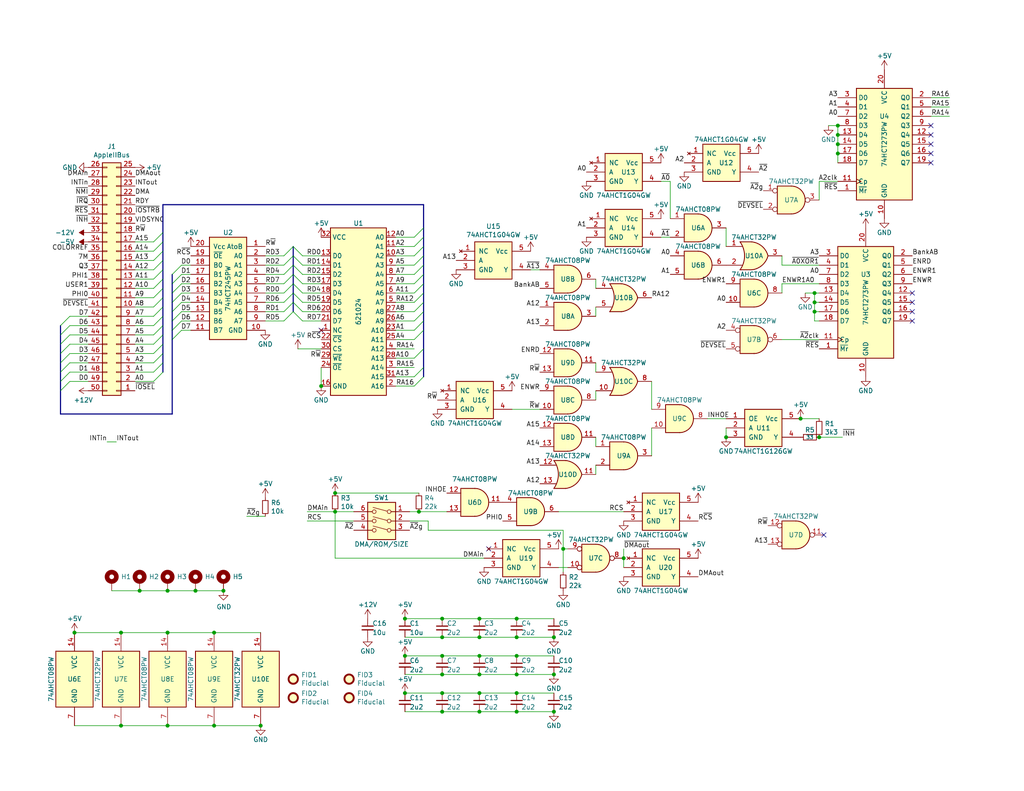
<source format=kicad_sch>
(kicad_sch (version 20211123) (generator eeschema)
  (paper "USLetter")
  (title_block (title "RAM128 (GW4208C)") (date "2023-01-02") (rev "1.0") (company "Garrett's Workshop"))
  (junction (at 120.65 179.07))
  (junction (at 223.52 119.38))
  (junction (at 110.49 189.23))
  (junction (at 198.12 119.38))
  (junction (at 151.13 194.31))
  (junction (at 130.81 168.91))
  (junction (at 120.65 173.99))
  (junction (at 120.65 194.31))
  (junction (at 120.65 168.91))
  (junction (at 130.81 179.07))
  (junction (at 140.97 168.91))
  (junction (at 228.6 36.83))
  (junction (at 71.12 198.12))
  (junction (at 58.42 198.12))
  (junction (at 140.97 173.99))
  (junction (at 130.81 189.23))
  (junction (at 120.65 189.23))
  (junction (at 114.3 139.7))
  (junction (at 53.34 161.29))
  (junction (at 140.97 184.15))
  (junction (at 130.81 184.15))
  (junction (at 228.6 34.29))
  (junction (at 45.72 161.29))
  (junction (at 45.72 198.12))
  (junction (at 222.25 82.55))
  (junction (at 33.02 172.72))
  (junction (at 218.44 114.3))
  (junction (at 38.1 161.29))
  (junction (at 91.44 139.7))
  (junction (at 170.18 152.4))
  (junction (at 151.13 184.15))
  (junction (at 87.63 105.41))
  (junction (at 151.13 173.99))
  (junction (at 228.6 39.37))
  (junction (at 140.97 179.07))
  (junction (at 60.96 161.29))
  (junction (at 110.49 168.91))
  (junction (at 228.6 41.91))
  (junction (at 45.72 172.72))
  (junction (at 33.02 198.12))
  (junction (at 222.25 80.01))
  (junction (at 120.65 184.15))
  (junction (at 130.81 173.99))
  (junction (at 153.67 149.86))
  (junction (at 140.97 194.31))
  (junction (at 140.97 189.23))
  (junction (at 91.44 134.62))
  (junction (at 222.25 85.09))
  (junction (at 20.32 172.72))
  (junction (at 130.81 194.31))
  (junction (at 110.49 179.07))
  (junction (at 58.42 172.72))
  (no_connect (at 254 36.83))
  (no_connect (at 87.63 90.17))
  (no_connect (at 248.92 80.01))
  (no_connect (at 254 34.29))
  (no_connect (at 248.92 82.55))
  (no_connect (at 254 41.91))
  (no_connect (at 254 44.45))
  (no_connect (at 133.35 149.86))
  (no_connect (at 248.92 87.63))
  (no_connect (at 248.92 85.09))
  (no_connect (at 224.79 146.05))
  (no_connect (at 254 39.37))
  (bus_entry (at 46.99 90.17) (size 2.54 -2.54))
  (bus_entry (at 115.57 62.23) (size -2.54 2.54))
  (bus_entry (at 80.01 69.85) (size 2.54 2.54))
  (bus_entry (at 115.57 72.39) (size -2.54 2.54))
  (bus_entry (at 46.99 87.63) (size 2.54 -2.54))
  (bus_entry (at 44.45 73.66) (size -2.54 2.54))
  (bus_entry (at 115.57 87.63) (size -2.54 2.54))
  (bus_entry (at 16.51 99.06) (size 2.54 -2.54))
  (bus_entry (at 115.57 64.77) (size -2.54 2.54))
  (bus_entry (at 46.99 77.47) (size 2.54 -2.54))
  (bus_entry (at 16.51 93.98) (size 2.54 -2.54))
  (bus_entry (at 44.45 63.5) (size -2.54 2.54))
  (bus_entry (at 44.45 81.28) (size -2.54 2.54))
  (bus_entry (at 16.51 88.9) (size 2.54 -2.54))
  (bus_entry (at 80.01 77.47) (size 2.54 2.54))
  (bus_entry (at 16.51 106.68) (size 2.54 -2.54))
  (bus_entry (at 46.99 80.01) (size 2.54 -2.54))
  (bus_entry (at 77.47 74.93) (size 2.54 -2.54))
  (bus_entry (at 115.57 67.31) (size -2.54 2.54))
  (bus_entry (at 77.47 69.85) (size 2.54 -2.54))
  (bus_entry (at 115.57 77.47) (size -2.54 2.54))
  (bus_entry (at 44.45 96.52) (size -2.54 2.54))
  (bus_entry (at 77.47 72.39) (size 2.54 -2.54))
  (bus_entry (at 80.01 80.01) (size 2.54 2.54))
  (bus_entry (at 44.45 93.98) (size -2.54 2.54))
  (bus_entry (at 44.45 101.6) (size -2.54 2.54))
  (bus_entry (at 115.57 90.17) (size -2.54 2.54))
  (bus_entry (at 44.45 71.12) (size -2.54 2.54))
  (bus_entry (at 44.45 78.74) (size -2.54 2.54))
  (bus_entry (at 46.99 92.71) (size 2.54 -2.54))
  (bus_entry (at 44.45 66.04) (size -2.54 2.54))
  (bus_entry (at 16.51 91.44) (size 2.54 -2.54))
  (bus_entry (at 44.45 99.06) (size -2.54 2.54))
  (bus_entry (at 80.01 82.55) (size 2.54 2.54))
  (bus_entry (at 44.45 68.58) (size -2.54 2.54))
  (bus_entry (at 115.57 85.09) (size -2.54 2.54))
  (bus_entry (at 46.99 85.09) (size 2.54 -2.54))
  (bus_entry (at 115.57 74.93) (size -2.54 2.54))
  (bus_entry (at 44.45 88.9) (size -2.54 2.54))
  (bus_entry (at 80.01 74.93) (size 2.54 2.54))
  (bus_entry (at 44.45 76.2) (size -2.54 2.54))
  (bus_entry (at 80.01 85.09) (size 2.54 2.54))
  (bus_entry (at 77.47 87.63) (size 2.54 -2.54))
  (bus_entry (at 44.45 91.44) (size -2.54 2.54))
  (bus_entry (at 80.01 72.39) (size 2.54 2.54))
  (bus_entry (at 16.51 101.6) (size 2.54 -2.54))
  (bus_entry (at 115.57 82.55) (size -2.54 2.54))
  (bus_entry (at 115.57 69.85) (size -2.54 2.54))
  (bus_entry (at 46.99 74.93) (size 2.54 -2.54))
  (bus_entry (at 44.45 83.82) (size -2.54 2.54))
  (bus_entry (at 44.45 86.36) (size -2.54 2.54))
  (bus_entry (at 46.99 82.55) (size 2.54 -2.54))
  (bus_entry (at 115.57 102.87) (size -2.54 2.54))
  (bus_entry (at 77.47 85.09) (size 2.54 -2.54))
  (bus_entry (at 115.57 100.33) (size -2.54 2.54))
  (bus_entry (at 115.57 95.25) (size -2.54 2.54))
  (bus_entry (at 77.47 77.47) (size 2.54 -2.54))
  (bus_entry (at 77.47 80.01) (size 2.54 -2.54))
  (bus_entry (at 80.01 67.31) (size 2.54 2.54))
  (bus_entry (at 16.51 104.14) (size 2.54 -2.54))
  (bus_entry (at 77.47 82.55) (size 2.54 -2.54))
  (bus_entry (at 16.51 96.52) (size 2.54 -2.54))
  (bus_entry (at 115.57 80.01) (size -2.54 2.54))
  (wire (pts (xy 36.83 96.52) (xy 41.91 96.52)))
  (bus (pts (xy 115.57 90.17) (xy 115.57 95.25)))
  (wire (pts (xy 45.72 161.29) (xy 38.1 161.29)))
  (wire (pts (xy 91.44 139.7) (xy 96.52 139.7)))
  (wire (pts (xy 218.44 114.3) (xy 223.52 114.3)))
  (wire (pts (xy 228.6 36.83) (xy 228.6 39.37)))
  (wire (pts (xy 130.81 173.99) (xy 140.97 173.99)))
  (wire (pts (xy 226.06 34.29) (xy 228.6 34.29)))
  (wire (pts (xy 19.05 101.6) (xy 24.13 101.6)))
  (bus (pts (xy 115.57 69.85) (xy 115.57 72.39)))
  (bus (pts (xy 44.45 63.5) (xy 44.45 66.04)))
  (wire (pts (xy 110.49 168.91) (xy 120.65 168.91)))
  (wire (pts (xy 198.12 62.23) (xy 198.12 67.31)))
  (wire (pts (xy 82.55 74.93) (xy 87.63 74.93)))
  (wire (pts (xy 87.63 100.33) (xy 87.63 105.41)))
  (wire (pts (xy 198.12 119.38) (xy 198.12 116.84)))
  (wire (pts (xy 77.47 87.63) (xy 72.39 87.63)))
  (wire (pts (xy 107.95 64.77) (xy 113.03 64.77)))
  (wire (pts (xy 36.83 71.12) (xy 41.91 71.12)))
  (wire (pts (xy 259.08 31.75) (xy 254 31.75)))
  (wire (pts (xy 120.65 189.23) (xy 130.81 189.23)))
  (wire (pts (xy 82.55 85.09) (xy 87.63 85.09)))
  (bus (pts (xy 16.51 93.98) (xy 16.51 96.52)))
  (bus (pts (xy 80.01 77.47) (xy 80.01 80.01)))
  (wire (pts (xy 49.53 90.17) (xy 52.07 90.17)))
  (wire (pts (xy 107.95 97.79) (xy 113.03 97.79)))
  (bus (pts (xy 115.57 55.88) (xy 44.45 55.88)))
  (wire (pts (xy 153.67 144.78) (xy 153.67 149.86)))
  (bus (pts (xy 115.57 95.25) (xy 115.57 100.33)))
  (wire (pts (xy 114.3 139.7) (xy 121.92 139.7)))
  (wire (pts (xy 223.52 92.71) (xy 213.36 92.71)))
  (wire (pts (xy 130.81 189.23) (xy 140.97 189.23)))
  (bus (pts (xy 16.51 96.52) (xy 16.51 99.06)))
  (wire (pts (xy 107.95 77.47) (xy 113.03 77.47)))
  (bus (pts (xy 46.99 90.17) (xy 46.99 92.71)))
  (bus (pts (xy 44.45 96.52) (xy 44.45 99.06)))
  (wire (pts (xy 83.82 142.24) (xy 96.52 142.24)))
  (bus (pts (xy 80.01 82.55) (xy 80.01 85.09)))
  (wire (pts (xy 162.56 119.38) (xy 162.56 121.92)))
  (wire (pts (xy 140.97 173.99) (xy 151.13 173.99)))
  (wire (pts (xy 223.52 87.63) (xy 222.25 87.63)))
  (wire (pts (xy 139.7 111.76) (xy 147.32 111.76)))
  (wire (pts (xy 77.47 69.85) (xy 72.39 69.85)))
  (wire (pts (xy 182.88 49.53) (xy 182.88 59.69)))
  (wire (pts (xy 49.53 72.39) (xy 52.07 72.39)))
  (bus (pts (xy 115.57 67.31) (xy 115.57 69.85)))
  (wire (pts (xy 19.05 86.36) (xy 24.13 86.36)))
  (wire (pts (xy 20.32 198.12) (xy 33.02 198.12)))
  (bus (pts (xy 16.51 104.14) (xy 16.51 106.68)))
  (bus (pts (xy 16.51 106.68) (xy 16.51 113.03)))
  (wire (pts (xy 120.65 173.99) (xy 130.81 173.99)))
  (bus (pts (xy 46.99 74.93) (xy 46.99 77.47)))
  (wire (pts (xy 222.25 85.09) (xy 222.25 82.55)))
  (wire (pts (xy 120.65 184.15) (xy 130.81 184.15)))
  (wire (pts (xy 116.84 144.78) (xy 116.84 142.24)))
  (wire (pts (xy 19.05 104.14) (xy 24.13 104.14)))
  (wire (pts (xy 77.47 74.93) (xy 72.39 74.93)))
  (wire (pts (xy 116.84 142.24) (xy 111.76 142.24)))
  (wire (pts (xy 120.65 189.23) (xy 110.49 189.23)))
  (wire (pts (xy 107.95 85.09) (xy 113.03 85.09)))
  (wire (pts (xy 198.12 114.3) (xy 193.04 114.3)))
  (wire (pts (xy 45.72 198.12) (xy 58.42 198.12)))
  (wire (pts (xy 83.82 139.7) (xy 91.44 139.7)))
  (bus (pts (xy 80.01 67.31) (xy 80.01 69.85)))
  (bus (pts (xy 80.01 74.93) (xy 80.01 77.47)))
  (wire (pts (xy 60.96 161.29) (xy 53.34 161.29)))
  (wire (pts (xy 130.81 168.91) (xy 140.97 168.91)))
  (wire (pts (xy 107.95 72.39) (xy 113.03 72.39)))
  (bus (pts (xy 115.57 55.88) (xy 115.57 62.23)))
  (wire (pts (xy 154.94 154.94) (xy 152.4 154.94)))
  (wire (pts (xy 177.8 116.84) (xy 177.8 124.46)))
  (wire (pts (xy 162.56 99.06) (xy 162.56 101.6)))
  (bus (pts (xy 16.51 91.44) (xy 16.51 93.98)))
  (bus (pts (xy 44.45 83.82) (xy 44.45 86.36)))
  (wire (pts (xy 120.65 194.31) (xy 130.81 194.31)))
  (wire (pts (xy 153.67 149.86) (xy 153.67 156.21)))
  (bus (pts (xy 115.57 100.33) (xy 115.57 102.87)))
  (wire (pts (xy 36.83 73.66) (xy 41.91 73.66)))
  (bus (pts (xy 46.99 77.47) (xy 46.99 80.01)))
  (bus (pts (xy 44.45 93.98) (xy 44.45 96.52)))
  (bus (pts (xy 115.57 85.09) (xy 115.57 87.63)))
  (wire (pts (xy 107.95 105.41) (xy 113.03 105.41)))
  (bus (pts (xy 115.57 77.47) (xy 115.57 80.01)))
  (bus (pts (xy 80.01 72.39) (xy 80.01 74.93)))
  (wire (pts (xy 19.05 93.98) (xy 24.13 93.98)))
  (wire (pts (xy 38.1 161.29) (xy 30.48 161.29)))
  (bus (pts (xy 115.57 82.55) (xy 115.57 85.09)))
  (wire (pts (xy 36.83 83.82) (xy 41.91 83.82)))
  (wire (pts (xy 67.31 140.97) (xy 72.39 140.97)))
  (wire (pts (xy 19.05 88.9) (xy 24.13 88.9)))
  (wire (pts (xy 82.55 77.47) (xy 87.63 77.47)))
  (wire (pts (xy 120.65 168.91) (xy 130.81 168.91)))
  (wire (pts (xy 36.83 81.28) (xy 41.91 81.28)))
  (wire (pts (xy 130.81 194.31) (xy 140.97 194.31)))
  (wire (pts (xy 111.76 139.7) (xy 114.3 139.7)))
  (wire (pts (xy 91.44 152.4) (xy 132.08 152.4)))
  (wire (pts (xy 81.28 95.25) (xy 87.63 95.25)))
  (wire (pts (xy 229.87 119.38) (xy 223.52 119.38)))
  (wire (pts (xy 213.36 69.85) (xy 213.36 72.39)))
  (wire (pts (xy 140.97 194.31) (xy 151.13 194.31)))
  (wire (pts (xy 152.4 139.7) (xy 170.18 139.7)))
  (wire (pts (xy 219.71 80.01) (xy 222.25 80.01)))
  (wire (pts (xy 223.52 85.09) (xy 222.25 85.09)))
  (wire (pts (xy 82.55 82.55) (xy 87.63 82.55)))
  (wire (pts (xy 114.3 134.62) (xy 91.44 134.62)))
  (wire (pts (xy 77.47 80.01) (xy 72.39 80.01)))
  (wire (pts (xy 36.83 99.06) (xy 41.91 99.06)))
  (wire (pts (xy 77.47 82.55) (xy 72.39 82.55)))
  (wire (pts (xy 153.67 144.78) (xy 116.84 144.78)))
  (wire (pts (xy 153.67 149.86) (xy 154.94 149.86)))
  (wire (pts (xy 91.44 139.7) (xy 91.44 152.4)))
  (wire (pts (xy 58.42 198.12) (xy 71.12 198.12)))
  (wire (pts (xy 182.88 64.77) (xy 180.34 64.77)))
  (wire (pts (xy 36.83 88.9) (xy 41.91 88.9)))
  (wire (pts (xy 107.95 100.33) (xy 113.03 100.33)))
  (wire (pts (xy 82.55 80.01) (xy 87.63 80.01)))
  (wire (pts (xy 36.83 93.98) (xy 41.91 93.98)))
  (wire (pts (xy 36.83 66.04) (xy 41.91 66.04)))
  (bus (pts (xy 46.99 92.71) (xy 46.99 113.03)))
  (wire (pts (xy 223.52 80.01) (xy 222.25 80.01)))
  (wire (pts (xy 36.83 104.14) (xy 41.91 104.14)))
  (bus (pts (xy 115.57 74.93) (xy 115.57 77.47)))
  (bus (pts (xy 16.51 99.06) (xy 16.51 101.6)))
  (wire (pts (xy 162.56 106.68) (xy 162.56 109.22)))
  (wire (pts (xy 140.97 189.23) (xy 151.13 189.23)))
  (wire (pts (xy 107.95 80.01) (xy 113.03 80.01)))
  (wire (pts (xy 49.53 85.09) (xy 52.07 85.09)))
  (bus (pts (xy 46.99 82.55) (xy 46.99 85.09)))
  (bus (pts (xy 44.45 78.74) (xy 44.45 81.28)))
  (wire (pts (xy 45.72 172.72) (xy 58.42 172.72)))
  (wire (pts (xy 36.83 76.2) (xy 41.91 76.2)))
  (wire (pts (xy 140.97 184.15) (xy 151.13 184.15)))
  (wire (pts (xy 107.95 82.55) (xy 113.03 82.55)))
  (wire (pts (xy 223.52 49.53) (xy 223.52 54.61)))
  (wire (pts (xy 53.34 161.29) (xy 45.72 161.29)))
  (bus (pts (xy 115.57 62.23) (xy 115.57 64.77)))
  (bus (pts (xy 115.57 80.01) (xy 115.57 82.55)))
  (wire (pts (xy 107.95 90.17) (xy 113.03 90.17)))
  (wire (pts (xy 107.95 95.25) (xy 113.03 95.25)))
  (wire (pts (xy 107.95 102.87) (xy 113.03 102.87)))
  (bus (pts (xy 44.45 81.28) (xy 44.45 83.82)))
  (wire (pts (xy 107.95 87.63) (xy 113.03 87.63)))
  (wire (pts (xy 77.47 85.09) (xy 72.39 85.09)))
  (bus (pts (xy 44.45 99.06) (xy 44.45 101.6)))
  (bus (pts (xy 44.45 76.2) (xy 44.45 78.74)))
  (wire (pts (xy 33.02 198.12) (xy 45.72 198.12)))
  (wire (pts (xy 36.83 68.58) (xy 41.91 68.58)))
  (bus (pts (xy 44.45 73.66) (xy 44.45 76.2)))
  (wire (pts (xy 222.25 87.63) (xy 222.25 85.09)))
  (bus (pts (xy 46.99 113.03) (xy 16.51 113.03)))
  (wire (pts (xy 228.6 41.91) (xy 228.6 44.45)))
  (wire (pts (xy 110.49 194.31) (xy 120.65 194.31)))
  (wire (pts (xy 120.65 179.07) (xy 110.49 179.07)))
  (bus (pts (xy 46.99 85.09) (xy 46.99 87.63)))
  (wire (pts (xy 213.36 77.47) (xy 213.36 80.01)))
  (wire (pts (xy 107.95 69.85) (xy 113.03 69.85)))
  (wire (pts (xy 82.55 69.85) (xy 87.63 69.85)))
  (wire (pts (xy 58.42 172.72) (xy 71.12 172.72)))
  (wire (pts (xy 20.32 172.72) (xy 33.02 172.72)))
  (bus (pts (xy 115.57 64.77) (xy 115.57 67.31)))
  (bus (pts (xy 44.45 88.9) (xy 44.45 91.44)))
  (bus (pts (xy 44.45 86.36) (xy 44.45 88.9)))
  (wire (pts (xy 36.83 78.74) (xy 41.91 78.74)))
  (wire (pts (xy 19.05 96.52) (xy 24.13 96.52)))
  (wire (pts (xy 259.08 26.67) (xy 254 26.67)))
  (wire (pts (xy 170.18 152.4) (xy 170.18 149.86)))
  (wire (pts (xy 140.97 168.91) (xy 151.13 168.91)))
  (wire (pts (xy 170.18 152.4) (xy 170.18 154.94)))
  (wire (pts (xy 110.49 184.15) (xy 120.65 184.15)))
  (bus (pts (xy 46.99 80.01) (xy 46.99 82.55)))
  (wire (pts (xy 19.05 99.06) (xy 24.13 99.06)))
  (wire (pts (xy 110.49 173.99) (xy 120.65 173.99)))
  (bus (pts (xy 16.51 101.6) (xy 16.51 104.14)))
  (wire (pts (xy 49.53 77.47) (xy 52.07 77.47)))
  (wire (pts (xy 162.56 78.74) (xy 162.56 76.2)))
  (bus (pts (xy 115.57 87.63) (xy 115.57 90.17)))
  (bus (pts (xy 44.45 71.12) (xy 44.45 73.66)))
  (bus (pts (xy 44.45 91.44) (xy 44.45 93.98)))
  (wire (pts (xy 49.53 80.01) (xy 52.07 80.01)))
  (wire (pts (xy 162.56 127) (xy 162.56 129.54)))
  (wire (pts (xy 140.97 179.07) (xy 151.13 179.07)))
  (wire (pts (xy 120.65 179.07) (xy 130.81 179.07)))
  (wire (pts (xy 82.55 72.39) (xy 87.63 72.39)))
  (wire (pts (xy 107.95 92.71) (xy 113.03 92.71)))
  (bus (pts (xy 44.45 68.58) (xy 44.45 71.12)))
  (wire (pts (xy 222.25 80.01) (xy 222.25 82.55)))
  (wire (pts (xy 77.47 77.47) (xy 72.39 77.47)))
  (wire (pts (xy 33.02 172.72) (xy 45.72 172.72)))
  (bus (pts (xy 115.57 72.39) (xy 115.57 74.93)))
  (wire (pts (xy 177.8 104.14) (xy 177.8 111.76)))
  (wire (pts (xy 228.6 34.29) (xy 228.6 36.83)))
  (wire (pts (xy 19.05 91.44) (xy 24.13 91.44)))
  (wire (pts (xy 49.53 87.63) (xy 52.07 87.63)))
  (wire (pts (xy 107.95 74.93) (xy 113.03 74.93)))
  (wire (pts (xy 180.34 49.53) (xy 182.88 49.53)))
  (wire (pts (xy 223.52 82.55) (xy 222.25 82.55)))
  (bus (pts (xy 44.45 66.04) (xy 44.45 68.58)))
  (wire (pts (xy 31.75 120.65) (xy 29.21 120.65)))
  (wire (pts (xy 36.83 86.36) (xy 41.91 86.36)))
  (wire (pts (xy 36.83 101.6) (xy 41.91 101.6)))
  (bus (pts (xy 16.51 88.9) (xy 16.51 91.44)))
  (wire (pts (xy 36.83 91.44) (xy 41.91 91.44)))
  (wire (pts (xy 228.6 39.37) (xy 228.6 41.91)))
  (wire (pts (xy 223.52 49.53) (xy 228.6 49.53)))
  (wire (pts (xy 213.36 72.39) (xy 223.52 72.39)))
  (wire (pts (xy 82.55 87.63) (xy 87.63 87.63)))
  (bus (pts (xy 80.01 69.85) (xy 80.01 72.39)))
  (wire (pts (xy 254 29.21) (xy 259.08 29.21)))
  (wire (pts (xy 130.81 184.15) (xy 140.97 184.15)))
  (wire (pts (xy 144.78 73.66) (xy 147.32 73.66)))
  (wire (pts (xy 162.56 83.82) (xy 162.56 86.36)))
  (wire (pts (xy 130.81 179.07) (xy 140.97 179.07)))
  (bus (pts (xy 46.99 87.63) (xy 46.99 90.17)))
  (wire (pts (xy 107.95 67.31) (xy 113.03 67.31)))
  (wire (pts (xy 77.47 72.39) (xy 72.39 72.39)))
  (wire (pts (xy 49.53 74.93) (xy 52.07 74.93)))
  (wire (pts (xy 49.53 82.55) (xy 52.07 82.55)))
  (bus (pts (xy 44.45 55.88) (xy 44.45 63.5)))
  (wire (pts (xy 213.36 77.47) (xy 223.52 77.47)))
  (bus (pts (xy 80.01 80.01) (xy 80.01 82.55)))
  (label "INTout" (at 31.75 120.65 0))
  (label "~{RES}" (at 228.6 52.07 180))
  (label "D3" (at 24.13 96.52 180))
  (label "~{R}W" (at 147.32 111.76 180))
  (label "RD7" (at 72.39 77.47 0))
  (label "A13" (at 36.83 71.12 0))
  (label "A0" (at 228.6 31.75 180))
  (label "A2" (at 36.83 99.06 0))
  (label "RD2" (at 87.63 74.93 180))
  (label "A14" (at 36.83 68.58 0))
  (label "A8" (at 36.83 83.82 0))
  (label "RA16" (at 113.03 105.41 180))
  (label "A2clk" (at 228.6 49.53 180))
  (label "RD6" (at 72.39 82.55 0))
  (label "D5" (at 24.13 91.44 180))
  (label "PHI0" (at 137.16 142.24 180))
  (label "~{DEVSEL}" (at 198.12 95.25 180))
  (label "~{A2}g" (at 67.31 140.97 0))
  (label "A1" (at 36.83 101.6 0))
  (label "D0" (at 52.07 72.39 180))
  (label "~{IOSTRB}" (at 36.83 58.42 0))
  (label "A0" (at 223.52 74.93 180))
  (label "A0" (at 198.12 82.55 180))
  (label "~{RES}" (at 223.52 95.25 180))
  (label "A10" (at 36.83 78.74 0))
  (label "ENWR1" (at 198.12 77.47 180))
  (label "A13" (at 124.46 71.12 180))
  (label "A6" (at 36.83 88.9 0))
  (label "RD1" (at 72.39 85.09 0))
  (label "A1" (at 160.02 62.23 180))
  (label "R~{W}" (at 72.39 67.31 0))
  (label "D0" (at 24.13 104.14 180))
  (label "ENWR" (at 248.92 77.47 0))
  (label "A11" (at 107.95 80.01 0))
  (label "A5" (at 107.95 72.39 0))
  (label "INHOE" (at 193.04 114.3 0))
  (label "A13" (at 107.95 102.87 0))
  (label "R~{W}" (at 209.55 143.51 180))
  (label "D3" (at 52.07 80.01 180))
  (label "A3" (at 107.95 69.85 0))
  (label "RA14" (at 113.03 95.25 180))
  (label "A2" (at 107.95 67.31 0))
  (label "USER1" (at 24.13 78.74 180))
  (label "D7" (at 24.13 86.36 180))
  (label "ENRD" (at 147.32 96.52 180))
  (label "INHOE" (at 121.92 134.62 180))
  (label "~{INH}" (at 24.13 60.96 180))
  (label "D7" (at 52.07 90.17 180))
  (label "INTin" (at 29.21 120.65 180))
  (label "A4" (at 107.95 92.71 0))
  (label "A1" (at 228.6 29.21 180))
  (label "A7" (at 107.95 74.93 0))
  (label "R~{W}" (at 36.83 63.5 0))
  (label "DMAin" (at 24.13 48.26 180))
  (label "ENWR1A0" (at 213.36 77.47 0))
  (label "RA12" (at 177.8 81.28 0))
  (label "~{A1}" (at 182.88 64.77 180))
  (label "A7" (at 36.83 86.36 0))
  (label "A3" (at 36.83 96.52 0))
  (label "~{IRQ}" (at 24.13 55.88 180))
  (label "RD5" (at 87.63 82.55 180))
  (label "R~{W}" (at 87.63 97.79 180))
  (label "D4" (at 52.07 82.55 180))
  (label "~{A2}clk" (at 223.52 92.71 180))
  (label "R~{W}" (at 147.32 101.6 180))
  (label "D2" (at 52.07 77.47 180))
  (label "RA15" (at 259.08 29.21 180))
  (label "~{A2}g" (at 208.28 52.07 180))
  (label "A12" (at 147.32 83.82 180))
  (label "A3" (at 223.52 69.85 180))
  (label "~{IOSEL}" (at 36.83 106.68 0))
  (label "~{DEVSEL}" (at 24.13 83.82 180))
  (label "~{RES}" (at 24.13 58.42 180))
  (label "A15" (at 36.83 66.04 0))
  (label "BankAB" (at 248.92 69.85 0))
  (label "RA14" (at 259.08 31.75 180))
  (label "A0" (at 36.83 104.14 0))
  (label "A12" (at 147.32 132.08 180))
  (label "D1" (at 24.13 101.6 180))
  (label "RD0" (at 72.39 80.01 0))
  (label "PHI1" (at 24.13 76.2 180))
  (label "A8" (at 107.95 85.09 0))
  (label "A1" (at 182.88 74.93 180))
  (label "RD6" (at 87.63 85.09 180))
  (label "A3" (at 228.6 26.67 180))
  (label "D6" (at 52.07 87.63 180))
  (label "RA12" (at 107.95 82.55 0))
  (label "INTout" (at 36.83 50.8 0))
  (label "R~{W}" (at 119.38 109.22 180))
  (label "DMAin" (at 132.08 152.4 180))
  (label "~{A2}" (at 96.52 144.78 180))
  (label "A12" (at 36.83 73.66 0))
  (label "RD3" (at 87.63 77.47 180))
  (label "~{INH}" (at 229.87 119.38 0))
  (label "A9" (at 107.95 77.47 0))
  (label "BankAB" (at 147.32 78.74 180))
  (label "~{DEVSEL}" (at 208.28 57.15 180))
  (label "~{DMAout}" (at 170.18 149.86 0))
  (label "A1" (at 107.95 90.17 0))
  (label "~{NMI}" (at 24.13 53.34 180))
  (label "D2" (at 24.13 99.06 180))
  (label "RCS" (at 83.82 142.24 0))
  (label "INTin" (at 24.13 50.8 180))
  (label "A11" (at 36.83 76.2 0))
  (label "RCS" (at 170.18 139.7 180))
  (label "A14" (at 147.32 121.92 180))
  (label "~{A2}" (at 207.01 46.99 0))
  (label "RD1" (at 87.63 72.39 180))
  (label "A0" (at 182.88 69.85 180))
  (label "RD4" (at 72.39 74.93 0))
  (label "PHI0" (at 24.13 81.28 180))
  (label "D5" (at 52.07 85.09 180))
  (label "A2" (at 186.69 44.45 180))
  (label "VIDSYNC" (at 36.83 60.96 0))
  (label "Q3" (at 24.13 73.66 180))
  (label "A6" (at 107.95 87.63 0))
  (label "DMAin" (at 83.82 139.7 0))
  (label "DMAout" (at 36.83 48.26 0))
  (label "RD7" (at 87.63 87.63 180))
  (label "A5" (at 36.83 91.44 0))
  (label "7M" (at 24.13 71.12 180))
  (label "A0" (at 160.02 46.99 180))
  (label "RD4" (at 87.63 80.01 180))
  (label "RD3" (at 72.39 69.85 0))
  (label "R~{CS}" (at 87.63 92.71 180))
  (label "A13" (at 147.32 127 180))
  (label "A0" (at 107.95 64.77 0))
  (label "DMA" (at 36.83 53.34 0))
  (label "A4" (at 36.83 93.98 0))
  (label "RA16" (at 259.08 26.67 180))
  (label "DMAout" (at 190.5 157.48 0))
  (label "R~{CS}" (at 190.5 142.24 0))
  (label "D6" (at 24.13 88.9 180))
  (label "A2" (at 198.12 90.17 180))
  (label "R~{CS}" (at 52.07 69.85 180))
  (label "~{A2}g" (at 111.76 144.78 0))
  (label "RA15" (at 113.03 100.33 180))
  (label "RD0" (at 87.63 69.85 180))
  (label "RD2" (at 72.39 72.39 0))
  (label "ENRD" (at 248.92 72.39 0))
  (label "D1" (at 52.07 74.93 180))
  (label "RDY" (at 36.83 55.88 0))
  (label "ENWR" (at 147.32 106.68 180))
  (label "A13" (at 209.55 148.59 180))
  (label "ENWR1" (at 248.92 74.93 0))
  (label "A9" (at 36.83 81.28 0))
  (label "~{A0XOR1}" (at 223.52 72.39 180))
  (label "A13" (at 147.32 88.9 180))
  (label "~{A0}" (at 182.88 49.53 180))
  (label "A15" (at 147.32 116.84 180))
  (label "RD5" (at 72.39 87.63 0))
  (label "D4" (at 24.13 93.98 180))
  (label "A10" (at 107.95 97.79 0))
  (label "COLORREF" (at 24.13 68.58 180))
  (label "~{A13}" (at 147.32 73.66 180))
  (symbol (lib_id "Mechanical:MountingHole_Pad") (at 53.34 158.75 0) (unit 1)
    (property "Reference" "H4" (at 55.88 157.4546 0) (effects (justify left)))
    (property "Value" " " (at 55.88 159.766 0) (effects (justify left)))
    (property "Footprint" "stdpads:PasteHole_1.152mm_NPTH" (effects hide))
  )
  (symbol (lib_id "Connector_Generic:Conn_02x25_Counter_Clockwise") (at 31.75 76.2 180) (unit 1)
    (property "Reference" "J1" (at 30.48 40.005 0))
    (property "Value" "AppleIIBus" (at 30.48 42.3164 0))
    (property "Footprint" "stdpads:AppleIIBus_Edge" (effects hide))
  )
  (symbol (lib_id "power:-12V") (at 24.13 63.5 90) (unit 1)
    (property "Reference" "#PWR0102" (effects hide))
    (property "Value" "-12V" (at 20.32 63.5 90) (effects (justify left)))
  )
  (symbol (lib_id "power:-5V") (at 24.13 66.04 90) (unit 1)
    (property "Reference" "#PWR0101" (effects hide))
    (property "Value" "-5V" (at 20.32 66.04 90) (effects (justify left)))
  )
  (symbol (lib_id "power:+12V") (at 24.13 106.68 90) (unit 1)
    (property "Reference" "#PWR0103" (effects hide))
    (property "Value" "+12V" (at 25.4 109.22 90) (effects (justify left)))
  )
  (symbol (lib_id "power:GND") (at 24.13 45.72 270) (mirror x) (unit 1)
    (property "Reference" "#PWR0108" (effects hide))
    (property "Value" "GND" (at 19.05 45.72 90))
  )
  (symbol (lib_id "power:+5V") (at 36.83 45.72 270) (unit 1)
    (property "Reference" "#PWR0109" (effects hide))
    (property "Value" "+5V" (at 41.91 45.72 90))
  )
  (symbol (lib_id "Device:C_Small") (at 130.81 171.45 0) (unit 1)
    (property "Reference" "C3" (at 132.08 170.18 0) (effects (justify left)))
    (property "Value" "2u2" (at 132.08 172.72 0) (effects (justify left)))
    (property "Footprint" "stdpads:C_0603" (effects hide))
    (property "LCSC Part" "C23630" (effects hide))
  )
  (symbol (lib_id "Device:C_Small") (at 120.65 171.45 0) (unit 1)
    (property "Reference" "C2" (at 121.92 170.18 0) (effects (justify left)))
    (property "Value" "2u2" (at 121.92 172.72 0) (effects (justify left)))
    (property "Footprint" "stdpads:C_0603" (effects hide))
    (property "LCSC Part" "C23630" (effects hide))
  )
  (symbol (lib_id "power:GND") (at 151.13 173.99 0) (unit 1)
    (property "Reference" "#PWR0110" (effects hide))
    (property "Value" "GND" (at 151.13 177.8 0))
  )
  (symbol (lib_id "Mechanical:Fiducial") (at 80.01 185.42 0) (unit 1)
    (property "Reference" "FID1" (at 82.169 184.2516 0) (effects (justify left)))
    (property "Value" "Fiducial" (at 82.169 186.563 0) (effects (justify left)))
    (property "Footprint" "stdpads:Fiducial" (effects hide))
  )
  (symbol (lib_id "Mechanical:Fiducial") (at 80.01 190.5 0) (unit 1)
    (property "Reference" "FID2" (at 82.169 189.3316 0) (effects (justify left)))
    (property "Value" "Fiducial" (at 82.169 191.643 0) (effects (justify left)))
    (property "Footprint" "stdpads:Fiducial" (effects hide))
  )
  (symbol (lib_id "Mechanical:Fiducial") (at 95.25 185.42 0) (unit 1)
    (property "Reference" "FID3" (at 97.409 184.2516 0) (effects (justify left)))
    (property "Value" "Fiducial" (at 97.409 186.563 0) (effects (justify left)))
    (property "Footprint" "stdpads:Fiducial" (effects hide))
  )
  (symbol (lib_id "Mechanical:Fiducial") (at 95.25 190.5 0) (unit 1)
    (property "Reference" "FID4" (at 97.409 189.3316 0) (effects (justify left)))
    (property "Value" "Fiducial" (at 97.409 191.643 0) (effects (justify left)))
    (property "Footprint" "stdpads:Fiducial" (effects hide))
  )
  (symbol (lib_id "power:+5V") (at 87.63 64.77 0) (unit 1)
    (property "Reference" "#PWR0106" (effects hide))
    (property "Value" "+5V" (at 87.63 60.96 0))
  )
  (symbol (lib_id "power:GND") (at 87.63 105.41 0) (unit 1)
    (property "Reference" "#PWR0107" (effects hide))
    (property "Value" "GND" (at 87.63 109.22 0))
  )
  (symbol (lib_id "Device:R_Small") (at 223.52 116.84 0) (unit 1)
    (property "Reference" "R1" (at 225.0186 115.6716 0) (effects (justify left)))
    (property "Value" "3k3" (at 225.0186 117.983 0) (effects (justify left)))
    (property "Footprint" "stdpads:R_0805" (effects hide))
    (property "LCSC Part" "C26010" (effects hide))
  )
  (symbol (lib_id "Device:C_Small") (at 100.33 171.45 0) (unit 1)
    (property "Reference" "C16" (at 101.6 170.18 0) (effects (justify left)))
    (property "Value" "10u" (at 101.6 172.72 0) (effects (justify left)))
    (property "Footprint" "stdpads:C_0805" (effects hide))
    (property "LCSC Part" "C15850" (effects hide))
  )
  (symbol (lib_id "power:+12V") (at 100.33 168.91 0) (mirror y) (unit 1)
    (property "Reference" "#PWR0128" (effects hide))
    (property "Value" "+12V" (at 100.33 165.1 0))
  )
  (symbol (lib_id "Device:C_Small") (at 110.49 181.61 0) (unit 1)
    (property "Reference" "C6" (at 111.76 180.34 0) (effects (justify left)))
    (property "Value" "2u2" (at 111.76 182.88 0) (effects (justify left)))
    (property "Footprint" "stdpads:C_0603" (effects hide))
    (property "LCSC Part" "C23630" (effects hide))
  )
  (symbol (lib_id "Device:C_Small") (at 110.49 171.45 0) (unit 1)
    (property "Reference" "C1" (at 111.76 170.18 0) (effects (justify left)))
    (property "Value" "10u" (at 111.76 172.72 0) (effects (justify left)))
    (property "Footprint" "stdpads:C_0805" (effects hide))
    (property "LCSC Part" "C15850" (effects hide))
  )
  (symbol (lib_id "74xx:74LS32") (at 215.9 54.61 0) (unit 1) (convert 2)
    (property "Reference" "U7" (at 215.9 54.61 0))
    (property "Value" "74AHCT32PW" (at 215.9 49.53 0))
    (property "Footprint" "stdpads:TSSOP-14_4.4x5mm_P0.65mm" (effects hide))
    (property "Datasheet" "http://www.ti.com/lit/gpn/sn74LS32" (effects hide))
    (property "LCSC Part" "C129435" (effects hide))
  )
  (symbol (lib_id "74xx:74LS32") (at 205.74 92.71 0) (unit 2) (convert 2)
    (property "Reference" "U7" (at 205.74 92.71 0))
    (property "Value" "74AHCT32PW" (at 205.74 87.63 0))
    (property "Footprint" "stdpads:TSSOP-14_4.4x5mm_P0.65mm" (effects hide))
    (property "Datasheet" "http://www.ti.com/lit/gpn/sn74LS32" (effects hide))
    (property "LCSC Part" "C129435" (effects hide))
  )
  (symbol (lib_id "GW_Logic:74245") (at 62.23 78.74 0) (mirror y) (unit 1)
    (property "Reference" "U2" (at 62.23 63.5 0))
    (property "Value" "74HCT245PW" (at 62.23 78.74 90))
    (property "Footprint" "stdpads:TSSOP-20_4.4x6.5mm_P0.65mm" (effects hide))
    (property "LCSC Part" "C5980" (effects hide))
  )
  (symbol (lib_id "power:GND") (at 72.39 90.17 0) (unit 1)
    (property "Reference" "#PWR0104" (effects hide))
    (property "Value" "GND" (at 72.39 93.98 0))
  )
  (symbol (lib_id "power:+5V") (at 52.07 67.31 0) (unit 1)
    (property "Reference" "#PWR0105" (effects hide))
    (property "Value" "+5V" (at 52.07 63.5 0))
  )
  (symbol (lib_id "74xx:74LS273") (at 236.22 82.55 0) (unit 1)
    (property "Reference" "U3" (at 236.22 74.93 0))
    (property "Value" "74HCT273PW" (at 236.22 82.55 90))
    (property "Footprint" "stdpads:TSSOP-20_4.4x6.5mm_P0.65mm" (effects hide))
    (property "Datasheet" "http://www.ti.com/lit/gpn/sn74LS273" (effects hide))
    (property "LCSC Part" "C5983" (effects hide))
  )
  (symbol (lib_id "74xx:74LS273") (at 241.3 39.37 0) (unit 1)
    (property "Reference" "U4" (at 241.3 31.75 0))
    (property "Value" "74HCT273PW" (at 241.3 39.37 90))
    (property "Footprint" "stdpads:TSSOP-20_4.4x6.5mm_P0.65mm" (effects hide))
    (property "Datasheet" "http://www.ti.com/lit/gpn/sn74LS273" (effects hide))
    (property "LCSC Part" "C5983" (effects hide))
  )
  (symbol (lib_id "Device:R_Small") (at 153.67 158.75 0) (unit 1)
    (property "Reference" "R2" (at 155.1686 157.5816 0) (effects (justify left)))
    (property "Value" "22k" (at 155.1686 159.893 0) (effects (justify left)))
    (property "Footprint" "stdpads:R_0805" (effects hide))
    (property "LCSC Part" "C17560" (effects hide))
  )
  (symbol (lib_id "power:GND") (at 153.67 161.29 0) (unit 1)
    (property "Reference" "#PWR0123" (effects hide))
    (property "Value" "GND" (at 153.67 165.1 0))
  )
  (symbol (lib_id "power:GND") (at 226.06 34.29 0) (unit 1)
    (property "Reference" "#PWR0112" (effects hide))
    (property "Value" "GND" (at 226.06 38.1 0))
  )
  (symbol (lib_id "GW_Logic:741G04GW") (at 134.62 71.12 0) (unit 1)
    (property "Reference" "U15" (at 134.62 61.7982 0))
    (property "Value" "74AHCT1G04GW" (at 134.62 64.1096 0))
    (property "Footprint" "stdpads:SOT-353" (effects hide))
    (property "LCSC Part" "C148199" (effects hide))
  )
  (symbol (lib_id "power:GND") (at 124.46 73.66 0) (unit 1)
    (property "Reference" "#PWR0124" (effects hide))
    (property "Value" "GND" (at 124.46 77.47 0))
  )
  (symbol (lib_id "power:+5V") (at 144.78 68.58 0) (unit 1)
    (property "Reference" "#PWR0127" (effects hide))
    (property "Value" "+5V" (at 144.78 64.77 0))
  )
  (symbol (lib_id "power:GND") (at 219.71 80.01 0) (unit 1)
    (property "Reference" "#PWR0125" (effects hide))
    (property "Value" "GND" (at 219.71 83.82 0))
  )
  (symbol (lib_id "GW_Logic:741G04GW") (at 170.18 46.99 0) (unit 1)
    (property "Reference" "U13" (at 171.45 46.99 0))
    (property "Value" "74AHCT1G04GW" (at 170.18 53.34 0))
    (property "Footprint" "stdpads:SOT-353" (effects hide))
    (property "LCSC Part" "C148199" (effects hide))
  )
  (symbol (lib_id "power:GND") (at 160.02 49.53 0) (unit 1)
    (property "Reference" "#PWR0129" (effects hide))
    (property "Value" "GND" (at 160.02 53.34 0))
  )
  (symbol (lib_id "GW_Logic:741G04GW") (at 170.18 62.23 0) (unit 1)
    (property "Reference" "U14" (at 171.45 62.23 0))
    (property "Value" "74AHCT1G04GW" (at 170.18 68.58 0))
    (property "Footprint" "stdpads:SOT-353" (effects hide))
    (property "LCSC Part" "C148199" (effects hide))
  )
  (symbol (lib_id "power:GND") (at 160.02 64.77 0) (unit 1)
    (property "Reference" "#PWR0130" (effects hide))
    (property "Value" "GND" (at 160.02 68.58 0))
  )
  (symbol (lib_id "power:+5V") (at 180.34 44.45 0) (unit 1)
    (property "Reference" "#PWR0131" (effects hide))
    (property "Value" "+5V" (at 180.34 40.64 0))
  )
  (symbol (lib_id "power:+5V") (at 180.34 59.69 0) (unit 1)
    (property "Reference" "#PWR0133" (effects hide))
    (property "Value" "+5V" (at 180.34 55.88 0))
  )
  (symbol (lib_id "GW_Logic:741G04GW") (at 180.34 154.94 0) (unit 1)
    (property "Reference" "U20" (at 181.61 154.94 0))
    (property "Value" "74AHCT1G04GW" (at 180.34 161.29 0))
    (property "Footprint" "stdpads:SOT-353" (effects hide))
    (property "LCSC Part" "C148199" (effects hide))
  )
  (symbol (lib_id "power:GND") (at 170.18 157.48 0) (unit 1)
    (property "Reference" "#PWR0136" (effects hide))
    (property "Value" "GND" (at 170.18 161.29 0))
  )
  (symbol (lib_id "power:+5V") (at 190.5 152.4 0) (unit 1)
    (property "Reference" "#PWR0137" (effects hide))
    (property "Value" "+5V" (at 190.5 148.59 0))
  )
  (symbol (lib_id "GW_Logic:741G04GW") (at 142.24 152.4 0) (unit 1)
    (property "Reference" "U19" (at 143.51 152.4 0))
    (property "Value" "74AHCT1G04GW" (at 142.24 158.75 0))
    (property "Footprint" "stdpads:SOT-353" (effects hide))
    (property "LCSC Part" "C148199" (effects hide))
  )
  (symbol (lib_id "power:GND") (at 132.08 154.94 0) (unit 1)
    (property "Reference" "#PWR0138" (effects hide))
    (property "Value" "GND" (at 132.08 158.75 0))
  )
  (symbol (lib_id "power:+5V") (at 152.4 149.86 0) (unit 1)
    (property "Reference" "#PWR0139" (effects hide))
    (property "Value" "+5V" (at 151.13 146.05 0))
  )
  (symbol (lib_id "GW_Logic:741G04GW") (at 196.85 44.45 0) (unit 1)
    (property "Reference" "U12" (at 198.12 44.45 0))
    (property "Value" "74AHCT1G04GW" (at 196.85 38.1 0))
    (property "Footprint" "stdpads:SOT-353" (effects hide))
    (property "LCSC Part" "C148199" (effects hide))
  )
  (symbol (lib_id "power:GND") (at 186.69 46.99 0) (unit 1)
    (property "Reference" "#PWR0140" (effects hide))
    (property "Value" "GND" (at 186.69 50.8 0))
  )
  (symbol (lib_id "power:+5V") (at 207.01 41.91 0) (unit 1)
    (property "Reference" "#PWR0141" (effects hide))
    (property "Value" "+5V" (at 207.01 38.1 0))
  )
  (symbol (lib_id "GW_Logic:741G04GW") (at 129.54 109.22 0) (unit 1)
    (property "Reference" "U16" (at 130.81 109.22 0))
    (property "Value" "74AHCT1G04GW" (at 129.54 115.57 0))
    (property "Footprint" "stdpads:SOT-353" (effects hide))
    (property "LCSC Part" "C148199" (effects hide))
  )
  (symbol (lib_id "power:GND") (at 119.38 111.76 0) (unit 1)
    (property "Reference" "#PWR0142" (effects hide))
    (property "Value" "GND" (at 119.38 115.57 0))
  )
  (symbol (lib_id "power:+5V") (at 139.7 106.68 0) (unit 1)
    (property "Reference" "#PWR0143" (effects hide))
    (property "Value" "+5V" (at 139.7 102.87 0))
  )
  (symbol (lib_id "GW_Logic:741G04GW") (at 180.34 139.7 0) (unit 1)
    (property "Reference" "U17" (at 181.61 139.7 0))
    (property "Value" "74AHCT1G04GW" (at 180.34 146.05 0))
    (property "Footprint" "stdpads:SOT-353" (effects hide))
    (property "LCSC Part" "C148199" (effects hide))
  )
  (symbol (lib_id "power:GND") (at 170.18 142.24 0) (unit 1)
    (property "Reference" "#PWR0144" (effects hide))
    (property "Value" "GND" (at 170.18 146.05 0))
  )
  (symbol (lib_id "power:+5V") (at 190.5 137.16 0) (unit 1)
    (property "Reference" "#PWR0145" (effects hide))
    (property "Value" "+5V" (at 190.5 133.35 0))
  )
  (symbol (lib_id "74xx:74LS32") (at 217.17 146.05 0) (unit 4) (convert 2)
    (property "Reference" "U7" (at 217.17 146.05 0))
    (property "Value" "74AHCT32PW" (at 217.17 140.97 0))
    (property "Footprint" "stdpads:TSSOP-14_4.4x5mm_P0.65mm" (effects hide))
    (property "Datasheet" "http://www.ti.com/lit/gpn/sn74LS32" (effects hide))
    (property "LCSC Part" "C129435" (effects hide))
  )
  (symbol (lib_id "Device:C_Small") (at 151.13 171.45 0) (unit 1)
    (property "Reference" "C5" (at 152.4 170.18 0) (effects (justify left)))
    (property "Value" "2u2" (at 152.4 172.72 0) (effects (justify left)))
    (property "Footprint" "stdpads:C_0603" (effects hide))
    (property "LCSC Part" "C23630" (effects hide))
  )
  (symbol (lib_id "Device:C_Small") (at 110.49 191.77 0) (unit 1)
    (property "Reference" "C11" (at 111.76 190.5 0) (effects (justify left)))
    (property "Value" "2u2" (at 111.76 193.04 0) (effects (justify left)))
    (property "Footprint" "stdpads:C_0603" (effects hide))
    (property "LCSC Part" "C23630" (effects hide))
  )
  (symbol (lib_id "power:GND") (at 100.33 173.99 0) (unit 1)
    (property "Reference" "#PWR0146" (effects hide))
    (property "Value" "GND" (at 100.33 177.8 0))
  )
  (symbol (lib_id "Device:C_Small") (at 130.81 191.77 0) (unit 1)
    (property "Reference" "C13" (at 132.08 190.5 0) (effects (justify left)))
    (property "Value" "2u2" (at 132.08 193.04 0) (effects (justify left)))
    (property "Footprint" "stdpads:C_0603" (effects hide))
    (property "LCSC Part" "C23630" (effects hide))
  )
  (symbol (lib_id "power:+5V") (at 110.49 189.23 0) (unit 1)
    (property "Reference" "#PWR0147" (effects hide))
    (property "Value" "+5V" (at 110.49 185.42 0))
  )
  (symbol (lib_id "Device:C_Small") (at 120.65 191.77 0) (unit 1)
    (property "Reference" "C12" (at 121.92 190.5 0) (effects (justify left)))
    (property "Value" "2u2" (at 121.92 193.04 0) (effects (justify left)))
    (property "Footprint" "stdpads:C_0603" (effects hide))
    (property "LCSC Part" "C23630" (effects hide))
  )
  (symbol (lib_id "power:GND") (at 60.96 161.29 0) (unit 1)
    (property "Reference" "#PWR0132" (effects hide))
    (property "Value" "GND" (at 61.087 165.6842 0))
  )
  (symbol (lib_id "Mechanical:MountingHole_Pad") (at 60.96 158.75 0) (unit 1)
    (property "Reference" "H5" (at 63.5 157.4546 0) (effects (justify left)))
    (property "Value" " " (at 63.5 159.766 0) (effects (justify left)))
    (property "Footprint" "stdpads:PasteHole_1.152mm_NPTH" (effects hide))
  )
  (symbol (lib_id "power:+5V") (at 81.28 95.25 0) (unit 1)
    (property "Reference" "#PWR0111" (effects hide))
    (property "Value" "+5V" (at 81.28 91.44 0))
  )
  (symbol (lib_id "Device:C_Small") (at 140.97 191.77 0) (unit 1)
    (property "Reference" "C14" (at 142.24 190.5 0) (effects (justify left)))
    (property "Value" "2u2" (at 142.24 193.04 0) (effects (justify left)))
    (property "Footprint" "stdpads:C_0603" (effects hide))
    (property "LCSC Part" "C23630" (effects hide))
  )
  (symbol (lib_id "Device:C_Small") (at 151.13 191.77 0) (unit 1)
    (property "Reference" "C15" (at 152.4 190.5 0) (effects (justify left)))
    (property "Value" "2u2" (at 152.4 193.04 0) (effects (justify left)))
    (property "Footprint" "stdpads:C_0603" (effects hide))
    (property "LCSC Part" "C23630" (effects hide))
  )
  (symbol (lib_id "power:GND") (at 151.13 194.31 0) (unit 1)
    (property "Reference" "#PWR0148" (effects hide))
    (property "Value" "GND" (at 151.13 198.12 0))
  )
  (symbol (lib_id "Device:R_Small") (at 220.98 119.38 270) (unit 1)
    (property "Reference" "R5" (at 220.98 118.11 90) (effects (justify bottom)))
    (property "Value" "33" (at 220.98 119.38 90) (effects (font (size 1.016 1.016))))
    (property "Footprint" "stdpads:R_0805" (effects hide))
    (property "LCSC Part" "C17634" (effects hide))
  )
  (symbol (lib_id "Device:R_Small") (at 114.3 137.16 0) (unit 1)
    (property "Reference" "R4" (at 115.7986 135.9916 0) (effects (justify left)))
    (property "Value" "22k" (at 115.7986 138.303 0) (effects (justify left)))
    (property "Footprint" "stdpads:R_0805" (effects hide))
    (property "LCSC Part" "C17560" (effects hide))
  )
  (symbol (lib_id "Device:R_Small") (at 91.44 137.16 0) (unit 1)
    (property "Reference" "R3" (at 92.9386 135.9916 0) (effects (justify left)))
    (property "Value" "10k" (at 92.9386 138.303 0) (effects (justify left)))
    (property "Footprint" "stdpads:R_0805" (effects hide))
    (property "LCSC Part" "C17414" (effects hide))
  )
  (symbol (lib_id "power:+5V") (at 91.44 134.62 0) (unit 1)
    (property "Reference" "#PWR0135" (effects hide))
    (property "Value" "+5V" (at 91.44 130.81 0))
  )
  (symbol (lib_id "power:+5V") (at 110.49 168.91 0) (unit 1)
    (property "Reference" "#PWR0120" (effects hide))
    (property "Value" "+5V" (at 110.49 165.1 0))
  )
  (symbol (lib_id "Device:C_Small") (at 140.97 171.45 0) (unit 1)
    (property "Reference" "C4" (at 142.24 170.18 0) (effects (justify left)))
    (property "Value" "2u2" (at 142.24 172.72 0) (effects (justify left)))
    (property "Footprint" "stdpads:C_0603" (effects hide))
    (property "LCSC Part" "C23630" (effects hide))
  )
  (symbol (lib_id "Mechanical:MountingHole_Pad") (at 30.48 158.75 0) (unit 1)
    (property "Reference" "H1" (at 33.02 157.4546 0) (effects (justify left)))
    (property "Value" " " (at 33.02 159.766 0) (effects (justify left)))
    (property "Footprint" "stdpads:PasteHole_1.152mm_NPTH" (effects hide))
  )
  (symbol (lib_id "Mechanical:MountingHole_Pad") (at 38.1 158.75 0) (unit 1)
    (property "Reference" "H2" (at 40.64 157.4546 0) (effects (justify left)))
    (property "Value" " " (at 40.64 159.766 0) (effects (justify left)))
    (property "Footprint" "stdpads:PasteHole_1.152mm_NPTH" (effects hide))
  )
  (symbol (lib_id "Mechanical:MountingHole_Pad") (at 45.72 158.75 0) (unit 1)
    (property "Reference" "H3" (at 48.26 157.4546 0) (effects (justify left)))
    (property "Value" " " (at 48.26 159.766 0) (effects (justify left)))
    (property "Footprint" "stdpads:PasteHole_1.152mm_NPTH" (effects hide))
  )
  (symbol (lib_id "74xx:74LS08") (at 205.74 80.01 0) (unit 3)
    (property "Reference" "U6" (at 205.74 80.01 0))
    (property "Value" "74AHCT08PW" (at 205.74 74.93 0))
    (property "Footprint" "stdpads:TSSOP-14_4.4x5mm_P0.65mm" (effects hide))
    (property "Datasheet" "http://www.ti.com/lit/gpn/sn74LS08" (effects hide))
    (property "LCSC Part" "C155175" (effects hide))
  )
  (symbol (lib_id "74xx:74LS32") (at 170.18 81.28 0) (unit 2)
    (property "Reference" "U10" (at 170.18 81.28 0))
    (property "Value" "74AHCT32PW" (at 170.18 76.2 0))
    (property "Footprint" "stdpads:TSSOP-14_4.4x5mm_P0.65mm" (effects hide))
    (property "Datasheet" "http://www.ti.com/lit/gpn/sn74LS32" (effects hide))
    (property "LCSC Part" "C129435" (effects hide))
  )
  (symbol (lib_id "74xx:74LS08") (at 154.94 76.2 0) (unit 2)
    (property "Reference" "U8" (at 154.94 76.2 0))
    (property "Value" "74AHCT08PW" (at 154.94 71.12 0))
    (property "Footprint" "stdpads:TSSOP-14_4.4x5mm_P0.65mm" (effects hide))
    (property "Datasheet" "http://www.ti.com/lit/gpn/sn74LS08" (effects hide))
    (property "LCSC Part" "C155175" (effects hide))
  )
  (symbol (lib_id "74xx:74LS08") (at 154.94 86.36 0) (unit 1)
    (property "Reference" "U8" (at 154.94 86.36 0))
    (property "Value" "74AHCT08PW" (at 154.94 81.28 0))
    (property "Footprint" "stdpads:TSSOP-14_4.4x5mm_P0.65mm" (effects hide))
    (property "Datasheet" "http://www.ti.com/lit/gpn/sn74LS08" (effects hide))
    (property "LCSC Part" "C155175" (effects hide))
  )
  (symbol (lib_id "74xx:74LS08") (at 154.94 99.06 0) (unit 4)
    (property "Reference" "U9" (at 154.94 99.06 0))
    (property "Value" "74AHCT08PW" (at 154.94 93.98 0))
    (property "Footprint" "stdpads:TSSOP-14_4.4x5mm_P0.65mm" (effects hide))
    (property "Datasheet" "http://www.ti.com/lit/gpn/sn74LS08" (effects hide))
    (property "LCSC Part" "C155175" (effects hide))
  )
  (symbol (lib_id "74xx:74LS08") (at 154.94 109.22 0) (unit 3)
    (property "Reference" "U8" (at 154.94 109.22 0))
    (property "Value" "74AHCT08PW" (at 154.94 104.14 0))
    (property "Footprint" "stdpads:TSSOP-14_4.4x5mm_P0.65mm" (effects hide))
    (property "Datasheet" "http://www.ti.com/lit/gpn/sn74LS08" (effects hide))
    (property "LCSC Part" "C155175" (effects hide))
  )
  (symbol (lib_id "74xx:74LS08") (at 154.94 119.38 0) (unit 4)
    (property "Reference" "U8" (at 154.94 119.38 0))
    (property "Value" "74AHCT08PW" (at 154.94 114.3 0))
    (property "Footprint" "stdpads:TSSOP-14_4.4x5mm_P0.65mm" (effects hide))
    (property "Datasheet" "http://www.ti.com/lit/gpn/sn74LS08" (effects hide))
    (property "LCSC Part" "C155175" (effects hide))
  )
  (symbol (lib_id "74xx:74LS32") (at 154.94 129.54 0) (unit 4)
    (property "Reference" "U10" (at 154.94 129.54 0))
    (property "Value" "74AHCT32PW" (at 154.94 124.46 0))
    (property "Footprint" "stdpads:TSSOP-14_4.4x5mm_P0.65mm" (effects hide))
    (property "Datasheet" "http://www.ti.com/lit/gpn/sn74LS32" (effects hide))
    (property "LCSC Part" "C129435" (effects hide))
  )
  (symbol (lib_id "74xx:74LS08") (at 170.18 124.46 0) (unit 1)
    (property "Reference" "U9" (at 170.18 124.46 0))
    (property "Value" "74AHCT08PW" (at 170.18 119.38 0))
    (property "Footprint" "stdpads:TSSOP-14_4.4x5mm_P0.65mm" (effects hide))
    (property "Datasheet" "http://www.ti.com/lit/gpn/sn74LS08" (effects hide))
    (property "LCSC Part" "C155175" (effects hide))
  )
  (symbol (lib_id "74xx:74LS32") (at 170.18 104.14 0) (unit 3)
    (property "Reference" "U10" (at 170.18 104.14 0))
    (property "Value" "74AHCT32PW" (at 170.18 99.06 0))
    (property "Footprint" "stdpads:TSSOP-14_4.4x5mm_P0.65mm" (effects hide))
    (property "Datasheet" "http://www.ti.com/lit/gpn/sn74LS32" (effects hide))
    (property "LCSC Part" "C129435" (effects hide))
  )
  (symbol (lib_id "74xx:74LS08") (at 185.42 114.3 0) (unit 3)
    (property "Reference" "U9" (at 185.42 114.3 0))
    (property "Value" "74AHCT08PW" (at 185.42 109.22 0))
    (property "Footprint" "stdpads:TSSOP-14_4.4x5mm_P0.65mm" (effects hide))
    (property "Datasheet" "http://www.ti.com/lit/gpn/sn74LS08" (effects hide))
    (property "LCSC Part" "C155175" (effects hide))
  )
  (symbol (lib_id "74xx:74LS08") (at 144.78 139.7 0) (unit 2)
    (property "Reference" "U9" (at 144.78 139.7 0))
    (property "Value" "74AHCT08PW" (at 144.78 134.62 0))
    (property "Footprint" "stdpads:TSSOP-14_4.4x5mm_P0.65mm" (effects hide))
    (property "Datasheet" "http://www.ti.com/lit/gpn/sn74LS08" (effects hide))
    (property "LCSC Part" "C155175" (effects hide))
  )
  (symbol (lib_id "power:+5V") (at 218.44 114.3 0) (unit 1)
    (property "Reference" "#PWR0113" (effects hide))
    (property "Value" "+5V" (at 218.44 110.49 0))
  )
  (symbol (lib_id "74xx:74LS32") (at 205.74 69.85 0) (unit 1)
    (property "Reference" "U10" (at 205.74 69.85 0))
    (property "Value" "74AHCT32PW" (at 205.74 64.77 0))
    (property "Footprint" "stdpads:TSSOP-14_4.4x5mm_P0.65mm" (effects hide))
    (property "Datasheet" "http://www.ti.com/lit/gpn/sn74LS32" (effects hide))
    (property "LCSC Part" "C129435" (effects hide))
  )
  (symbol (lib_id "74xx:74LS08") (at 190.5 62.23 0) (unit 1)
    (property "Reference" "U6" (at 190.5 62.23 0))
    (property "Value" "74AHCT08PW" (at 190.5 57.15 0))
    (property "Footprint" "stdpads:TSSOP-14_4.4x5mm_P0.65mm" (effects hide))
    (property "Datasheet" "http://www.ti.com/lit/gpn/sn74LS08" (effects hide))
    (property "LCSC Part" "C155175" (effects hide))
  )
  (symbol (lib_id "74xx:74LS08") (at 190.5 72.39 0) (unit 2)
    (property "Reference" "U6" (at 190.5 72.39 0))
    (property "Value" "74AHCT08PW" (at 190.5 67.31 0))
    (property "Footprint" "stdpads:TSSOP-14_4.4x5mm_P0.65mm" (effects hide))
    (property "Datasheet" "http://www.ti.com/lit/gpn/sn74LS08" (effects hide))
    (property "LCSC Part" "C155175" (effects hide))
  )
  (symbol (lib_id "GW_RAM:SRAM-128Kx8-SOP-32") (at 97.79 85.09 0) (mirror y) (unit 1)
    (property "Reference" "U1" (at 97.79 60.96 0))
    (property "Value" "621024" (at 97.79 85.09 90))
    (property "Footprint" "stdpads:SOP-32_450mil" (effects hide))
    (property "Datasheet" "http://www.futurlec.com/Datasheet/Memory/628128.pdf" (effects hide))
    (property "LCSC Part" "C397875" (effects hide))
  )
  (symbol (lib_id "74xx:74LS08") (at 20.32 185.42 0) (unit 5)
    (property "Reference" "U6" (at 20.32 185.42 0))
    (property "Value" "74AHCT08PW" (at 13.97 185.42 90))
    (property "Footprint" "stdpads:TSSOP-14_4.4x5mm_P0.65mm" (effects hide))
    (property "Datasheet" "http://www.ti.com/lit/gpn/sn74LS08" (effects hide))
    (property "LCSC Part" "C155175" (effects hide))
  )
  (symbol (lib_id "74xx:74LS32") (at 33.02 185.42 0) (unit 5)
    (property "Reference" "U7" (at 33.02 185.42 0))
    (property "Value" "74AHCT32PW" (at 26.67 185.42 90))
    (property "Footprint" "stdpads:TSSOP-14_4.4x5mm_P0.65mm" (effects hide))
    (property "Datasheet" "http://www.ti.com/lit/gpn/sn74LS32" (effects hide))
    (property "LCSC Part" "C129435" (effects hide))
  )
  (symbol (lib_id "74xx:74LS08") (at 45.72 185.42 0) (unit 5)
    (property "Reference" "U8" (at 45.72 185.42 0))
    (property "Value" "74AHCT08PW" (at 39.37 185.42 90))
    (property "Footprint" "stdpads:TSSOP-14_4.4x5mm_P0.65mm" (effects hide))
    (property "Datasheet" "http://www.ti.com/lit/gpn/sn74LS08" (effects hide))
    (property "LCSC Part" "C155175" (effects hide))
  )
  (symbol (lib_id "74xx:74LS08") (at 58.42 185.42 0) (unit 5)
    (property "Reference" "U9" (at 58.42 185.42 0))
    (property "Value" "74AHCT08PW" (at 52.07 185.42 90))
    (property "Footprint" "stdpads:TSSOP-14_4.4x5mm_P0.65mm" (effects hide))
    (property "Datasheet" "http://www.ti.com/lit/gpn/sn74LS08" (effects hide))
    (property "LCSC Part" "C155175" (effects hide))
  )
  (symbol (lib_id "74xx:74LS32") (at 71.12 185.42 0) (unit 5)
    (property "Reference" "U10" (at 71.12 185.42 0))
    (property "Value" "74AHCT32PW" (at 64.77 185.42 90))
    (property "Footprint" "stdpads:TSSOP-14_4.4x5mm_P0.65mm" (effects hide))
    (property "Datasheet" "http://www.ti.com/lit/gpn/sn74LS32" (effects hide))
    (property "LCSC Part" "C129435" (effects hide))
  )
  (symbol (lib_id "power:GND") (at 71.12 198.12 0) (unit 1)
    (property "Reference" "#PWR0114" (effects hide))
    (property "Value" "GND" (at 71.12 201.93 0))
  )
  (symbol (lib_id "power:GND") (at 236.22 102.87 0) (unit 1)
    (property "Reference" "#PWR0115" (effects hide))
    (property "Value" "GND" (at 236.22 106.68 0))
  )
  (symbol (lib_id "power:GND") (at 241.3 59.69 0) (unit 1)
    (property "Reference" "#PWR0116" (effects hide))
    (property "Value" "GND" (at 241.3 63.5 0))
  )
  (symbol (lib_id "power:+5V") (at 20.32 172.72 0) (unit 1)
    (property "Reference" "#PWR0117" (effects hide))
    (property "Value" "+5V" (at 20.32 168.91 0))
  )
  (symbol (lib_id "power:+5V") (at 241.3 19.05 0) (unit 1)
    (property "Reference" "#PWR0118" (effects hide))
    (property "Value" "+5V" (at 241.3 15.24 0))
  )
  (symbol (lib_id "power:+5V") (at 236.22 62.23 0) (unit 1)
    (property "Reference" "#PWR0119" (effects hide))
    (property "Value" "+5V" (at 236.22 58.42 0))
  )
  (symbol (lib_id "power:GND") (at 151.13 184.15 0) (unit 1)
    (property "Reference" "#PWR0121" (effects hide))
    (property "Value" "GND" (at 151.13 187.96 0))
  )
  (symbol (lib_id "Device:C_Small") (at 130.81 181.61 0) (unit 1)
    (property "Reference" "C8" (at 132.08 180.34 0) (effects (justify left)))
    (property "Value" "2u2" (at 132.08 182.88 0) (effects (justify left)))
    (property "Footprint" "stdpads:C_0603" (effects hide))
    (property "LCSC Part" "C23630" (effects hide))
  )
  (symbol (lib_id "Device:C_Small") (at 140.97 181.61 0) (unit 1)
    (property "Reference" "C9" (at 142.24 180.34 0) (effects (justify left)))
    (property "Value" "2u2" (at 142.24 182.88 0) (effects (justify left)))
    (property "Footprint" "stdpads:C_0603" (effects hide))
    (property "LCSC Part" "C23630" (effects hide))
  )
  (symbol (lib_id "Device:C_Small") (at 151.13 181.61 0) (unit 1)
    (property "Reference" "C10" (at 152.4 180.34 0) (effects (justify left)))
    (property "Value" "2u2" (at 152.4 182.88 0) (effects (justify left)))
    (property "Footprint" "stdpads:C_0603" (effects hide))
    (property "LCSC Part" "C23630" (effects hide))
  )
  (symbol (lib_id "power:+5V") (at 110.49 179.07 0) (unit 1)
    (property "Reference" "#PWR0122" (effects hide))
    (property "Value" "+5V" (at 110.49 175.26 0))
  )
  (symbol (lib_id "Device:C_Small") (at 120.65 181.61 0) (unit 1)
    (property "Reference" "C7" (at 121.92 180.34 0) (effects (justify left)))
    (property "Value" "2u2" (at 121.92 182.88 0) (effects (justify left)))
    (property "Footprint" "stdpads:C_0603" (effects hide))
    (property "LCSC Part" "C23630" (effects hide))
  )
  (symbol (lib_id "power:GND") (at 198.12 119.38 0) (unit 1)
    (property "Reference" "#PWR0126" (effects hide))
    (property "Value" "GND" (at 198.12 123.19 0))
  )
  (symbol (lib_id "GW_Logic:741G126GW") (at 208.28 116.84 0) (unit 1)
    (property "Reference" "U11" (at 208.28 116.84 0))
    (property "Value" "74AHCT1G126GW" (at 208.28 123.19 0))
    (property "Footprint" "stdpads:SOT-353" (effects hide))
    (property "LCSC Part" "C88039" (effects hide))
  )
  (symbol (lib_id "74xx:74LS08") (at 129.54 137.16 0) (unit 4)
    (property "Reference" "U6" (at 129.54 137.16 0))
    (property "Value" "74AHCT08PW" (at 129.54 130.81 0))
    (property "Footprint" "stdpads:TSSOP-14_4.4x5mm_P0.65mm" (effects hide))
    (property "Datasheet" "http://www.ti.com/lit/gpn/sn74LS08" (effects hide))
    (property "LCSC Part" "C155175" (effects hide))
  )
  (symbol (lib_id "74xx:74LS32") (at 162.56 152.4 0) (unit 3) (convert 2)
    (property "Reference" "U7" (at 162.56 152.4 0))
    (property "Value" "74AHCT32PW" (at 161.29 147.32 0))
    (property "Footprint" "stdpads:TSSOP-14_4.4x5mm_P0.65mm" (effects hide))
    (property "Datasheet" "http://www.ti.com/lit/gpn/sn74LS32" (effects hide))
    (property "LCSC Part" "C129435" (effects hide))
  )
  (symbol (lib_id "power:+5V") (at 72.39 135.89 0) (unit 1)
    (property "Reference" "#PWR0134" (effects hide))
    (property "Value" "+5V" (at 72.39 132.08 0))
  )
  (symbol (lib_id "Switch:SW_DIP_x03") (at 104.14 144.78 0) (mirror y) (unit 1)
    (property "Reference" "SW1" (at 104.14 135.89 0))
    (property "Value" "DMA/ROM/SIZE" (at 104.14 148.59 0))
    (property "Footprint" "stdpads:SW_DIP_SPSTx03_Slide_DSHP03TS_P1.27mm" (effects hide))
  )
  (symbol (lib_id "Device:R_Small") (at 72.39 138.43 0) (unit 1)
    (property "Reference" "R6" (at 73.8886 137.2616 0) (effects (justify left)))
    (property "Value" "10k" (at 73.8886 139.573 0) (effects (justify left)))
    (property "Footprint" "stdpads:R_0805" (effects hide))
    (property "LCSC Part" "C17414" (effects hide))
  )
)
</source>
